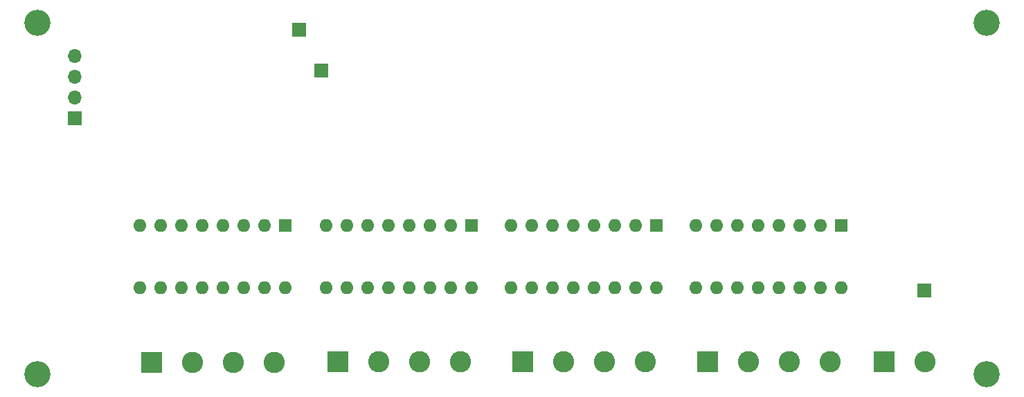
<source format=gbs>
%TF.GenerationSoftware,KiCad,Pcbnew,(6.0.0)*%
%TF.CreationDate,2022-10-09T23:31:42-04:00*%
%TF.ProjectId,i2c darlington,69326320-6461-4726-9c69-6e67746f6e2e,rev?*%
%TF.SameCoordinates,Original*%
%TF.FileFunction,Soldermask,Bot*%
%TF.FilePolarity,Negative*%
%FSLAX46Y46*%
G04 Gerber Fmt 4.6, Leading zero omitted, Abs format (unit mm)*
G04 Created by KiCad (PCBNEW (6.0.0)) date 2022-10-09 23:31:42*
%MOMM*%
%LPD*%
G01*
G04 APERTURE LIST*
%ADD10R,1.700000X1.700000*%
%ADD11R,1.600000X1.600000*%
%ADD12O,1.600000X1.600000*%
%ADD13O,1.700000X1.700000*%
%ADD14R,2.600000X2.600000*%
%ADD15C,2.600000*%
%ADD16C,3.200000*%
G04 APERTURE END LIST*
D10*
%TO.C,J8*%
X53467000Y-124206000D03*
%TD*%
D11*
%TO.C,IC2*%
X51801000Y-148092000D03*
D12*
X49261000Y-148092000D03*
X46721000Y-148092000D03*
X44181000Y-148092000D03*
X41641000Y-148092000D03*
X39101000Y-148092000D03*
X36561000Y-148092000D03*
X34021000Y-148092000D03*
X34021000Y-155712000D03*
X36561000Y-155712000D03*
X39101000Y-155712000D03*
X41641000Y-155712000D03*
X44181000Y-155712000D03*
X46721000Y-155712000D03*
X49261000Y-155712000D03*
X51801000Y-155712000D03*
%TD*%
D10*
%TO.C,J1*%
X26000000Y-135001000D03*
D13*
X26000000Y-132461000D03*
X26000000Y-129921000D03*
X26000000Y-127381000D03*
%TD*%
D14*
%TO.C,J3*%
X103371000Y-164770000D03*
D15*
X108371000Y-164770000D03*
X113371000Y-164770000D03*
X118371000Y-164770000D03*
%TD*%
D16*
%TO.C,REF\u002A\u002A*%
X137541000Y-166370000D03*
%TD*%
D14*
%TO.C,J4*%
X58159000Y-164770000D03*
D15*
X63159000Y-164770000D03*
X68159000Y-164770000D03*
X73159000Y-164770000D03*
%TD*%
D11*
%TO.C,IC4*%
X97140000Y-148092000D03*
D12*
X94600000Y-148092000D03*
X92060000Y-148092000D03*
X89520000Y-148092000D03*
X86980000Y-148092000D03*
X84440000Y-148092000D03*
X81900000Y-148092000D03*
X79360000Y-148092000D03*
X79360000Y-155712000D03*
X81900000Y-155712000D03*
X84440000Y-155712000D03*
X86980000Y-155712000D03*
X89520000Y-155712000D03*
X92060000Y-155712000D03*
X94600000Y-155712000D03*
X97140000Y-155712000D03*
%TD*%
D10*
%TO.C,J9*%
X56134000Y-129159000D03*
%TD*%
D14*
%TO.C,J5*%
X80765000Y-164770000D03*
D15*
X85765000Y-164770000D03*
X90765000Y-164770000D03*
X95765000Y-164770000D03*
%TD*%
D16*
%TO.C,REF\u002A\u002A*%
X21462000Y-166370000D03*
%TD*%
D11*
%TO.C,IC1*%
X119746000Y-148092000D03*
D12*
X117206000Y-148092000D03*
X114666000Y-148092000D03*
X112126000Y-148092000D03*
X109586000Y-148092000D03*
X107046000Y-148092000D03*
X104506000Y-148092000D03*
X101966000Y-148092000D03*
X101966000Y-155712000D03*
X104506000Y-155712000D03*
X107046000Y-155712000D03*
X109586000Y-155712000D03*
X112126000Y-155712000D03*
X114666000Y-155712000D03*
X117206000Y-155712000D03*
X119746000Y-155712000D03*
%TD*%
D14*
%TO.C,J6*%
X35426000Y-164897000D03*
D15*
X40426000Y-164897000D03*
X45426000Y-164897000D03*
X50426000Y-164897000D03*
%TD*%
D11*
%TO.C,IC3*%
X74534000Y-148092000D03*
D12*
X71994000Y-148092000D03*
X69454000Y-148092000D03*
X66914000Y-148092000D03*
X64374000Y-148092000D03*
X61834000Y-148092000D03*
X59294000Y-148092000D03*
X56754000Y-148092000D03*
X56754000Y-155712000D03*
X59294000Y-155712000D03*
X61834000Y-155712000D03*
X64374000Y-155712000D03*
X66914000Y-155712000D03*
X69454000Y-155712000D03*
X71994000Y-155712000D03*
X74534000Y-155712000D03*
%TD*%
D14*
%TO.C,J2*%
X125008000Y-164770000D03*
D15*
X130008000Y-164770000D03*
%TD*%
D10*
%TO.C,J7*%
X129921000Y-156083000D03*
%TD*%
D16*
%TO.C,REF\u002A\u002A*%
X21462000Y-123291000D03*
%TD*%
%TO.C,REF\u002A\u002A*%
X137541000Y-123291000D03*
%TD*%
M02*

</source>
